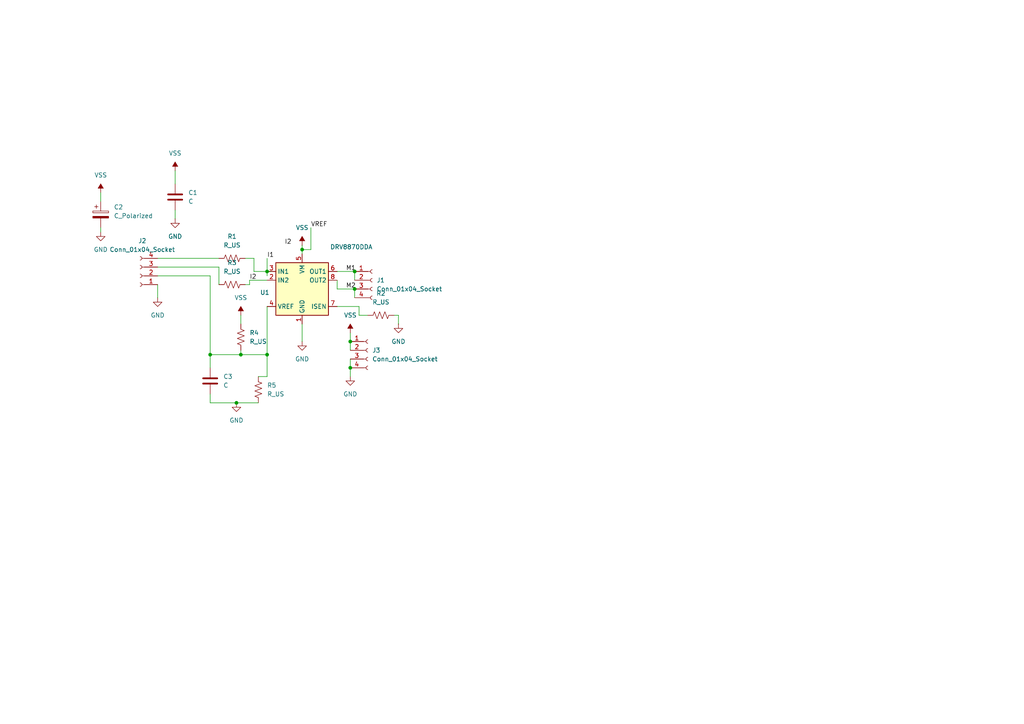
<source format=kicad_sch>
(kicad_sch (version 20250114) (generator "eeschema") (generator_version "9.0")
  (paper "A4")
  (lib_symbols
    (symbol "Connector:Conn_01x04_Socket" (pin_names (offset 1.016) (hide yes))
      (property "Reference" "J" (at 0 5.08 0))
      (property "Value" "Conn_01x04_Socket" (at 0 -7.62 0))
      (symbol "Conn_01x04_Socket_1_1"
        (polyline (pts (xy -1.27 2.54) (xy -0.508 2.54)) (stroke (width 0.1524)))
        (polyline (pts (xy -1.27 0) (xy -0.508 0)) (stroke (width 0.1524)))
        (polyline (pts (xy -1.27 -2.54) (xy -0.508 -2.54)) (stroke (width 0.1524)))
        (polyline (pts (xy -1.27 -5.08) (xy -0.508 -5.08)) (stroke (width 0.1524)))
        (arc (start 0 2.032) (mid -0.5058 2.54) (end 0 3.048) (stroke (width 0.1524)))
        (arc (start 0 -0.508) (mid -0.5058 0) (end 0 0.508) (stroke (width 0.1524)))
        (arc (start 0 -3.048) (mid -0.5058 -2.54) (end 0 -2.032) (stroke (width 0.1524)))
        (arc (start 0 -5.588) (mid -0.5058 -5.08) (end 0 -4.572) (stroke (width 0.1524)))
        (pin passive line (at -5.08 2.54 0) (length 3.81) (name "Pin_1") (number "1"))
        (pin passive line (at -5.08 0 0) (length 3.81) (name "Pin_2") (number "2"))
        (pin passive line (at -5.08 -2.54 0) (length 3.81) (name "Pin_3") (number "3"))
        (pin passive line (at -5.08 -5.08 0) (length 3.81) (name "Pin_4") (number "4"))
      )
    )
    (symbol "Device:C" (pin_numbers (hide yes)) (pin_names (offset 0.254))
      (property "Reference" "C" (at 0.635 2.54 0))
      (property "Value" "C" (at 0.635 -2.54 0))
      (symbol "C_0_1"
        (polyline (pts (xy -2.032 0.762) (xy 2.032 0.762)) (stroke (width 0.508)))
        (polyline (pts (xy -2.032 -0.762) (xy 2.032 -0.762)) (stroke (width 0.508)))
      )
      (symbol "C_1_1"
        (pin passive line (at 0 3.81 270) (length 2.794) (name "~") (number "1"))
        (pin passive line (at 0 -3.81 90) (length 2.794) (name "~") (number "2"))
      )
    )
    (symbol "Device:C_Polarized" (pin_numbers (hide yes)) (pin_names (offset 0.254))
      (property "Reference" "C" (at 0.635 2.54 0))
      (property "Value" "C_Polarized" (at 0.635 -2.54 0))
      (symbol "C_Polarized_0_1"
        (rectangle (start -2.286 0.508) (end 2.286 1.016))
        (polyline (pts (xy -1.778 2.286) (xy -0.762 2.286)))
        (polyline (pts (xy -1.27 2.794) (xy -1.27 1.778)))
        (rectangle (start 2.286 -0.508) (end -2.286 -1.016) (fill (type outline)))
      )
      (symbol "C_Polarized_1_1"
        (pin passive line (at 0 3.81 270) (length 2.794) (name "~") (number "1"))
        (pin passive line (at 0 -3.81 90) (length 2.794) (name "~") (number "2"))
      )
    )
    (symbol "Device:R_US" (pin_numbers (hide yes)) (pin_names (offset 0))
      (property "Reference" "R" (at 2.54 0 90))
      (property "Value" "R_US" (at -2.54 0 90))
      (symbol "R_US_0_1"
        (polyline (pts (xy 0 2.286) (xy 0 2.54)))
        (polyline (pts (xy 0 2.286) (xy 1.016 1.905) (xy 0 1.524) (xy -1.016 1.143) (xy 0 0.762)))
        (polyline (pts (xy 0 0.762) (xy 1.016 0.381) (xy 0 0) (xy -1.016 -0.381) (xy 0 -0.762)))
        (polyline (pts (xy 0 -0.762) (xy 1.016 -1.143) (xy 0 -1.524) (xy -1.016 -1.905) (xy 0 -2.286)))
        (polyline (pts (xy 0 -2.286) (xy 0 -2.54)))
      )
      (symbol "R_US_1_1"
        (pin passive line (at 0 3.81 270) (length 1.27) (name "~") (number "1"))
        (pin passive line (at 0 -3.81 90) (length 1.27) (name "~") (number "2"))
      )
    )
    (symbol "Driver_Motor:DRV8870DDA"
      (property "Reference" "U" (at -6.35 8.89 0))
      (property "Value" "DRV8870DDA" (at 8.89 8.89 0))
      (symbol "DRV8870DDA_0_1"
        (rectangle (start -7.62 7.62) (end 7.62 -7.62) (stroke (width 0.254)) (fill (type background)))
      )
      (symbol "DRV8870DDA_1_1"
        (pin input line (at -10.16 5.08 0) (length 2.54) (name "IN1") (number "3"))
        (pin input line (at -10.16 2.54 0) (length 2.54) (name "IN2") (number "2"))
        (pin input line (at -10.16 -5.08 0) (length 2.54) (name "VREF") (number "4"))
        (pin power_in line (at 0 10.16 270) (length 2.54) (name "VM") (number "5"))
        (pin power_in line (at 0 -10.16 90) (length 2.54) (name "GND") (number "1"))
        (pin passive line (at 0 -10.16 90) (length 2.54) (hide yes) (name "GND") (number "9"))
        (pin output line (at 10.16 5.08 180) (length 2.54) (name "OUT1") (number "6"))
        (pin output line (at 10.16 2.54 180) (length 2.54) (name "OUT2") (number "8"))
        (pin passive line (at 10.16 -5.08 180) (length 2.54) (name "ISEN") (number "7"))
      )
    )
    (symbol "power:GND" (power) (pin_numbers (hide yes)) (pin_names (offset 0) (hide yes))
      (property "Value" "GND" (at 0 -3.81 0))
      (symbol "GND_0_1"
        (polyline (pts (xy 0 0) (xy 0 -1.27) (xy 1.27 -1.27) (xy 0 -2.54) (xy -1.27 -1.27) (xy 0 -1.27)))
      )
      (symbol "GND_1_1"
        (pin power_in line (at 0 0 270) (length 0) (name "~") (number "1"))
      )
    )
    (symbol "power:VSS" (power) (pin_numbers (hide yes)) (pin_names (offset 0) (hide yes))
      (property "Value" "VSS" (at 0 3.556 0))
      (symbol "VSS_0_1"
        (polyline (pts (xy 0 0) (xy 0 2.54)))
        (polyline (pts (xy 0.762 1.27) (xy -0.762 1.27) (xy 0 2.54) (xy 0.762 1.27)) (fill (type outline)))
      )
      (symbol "VSS_1_1"
        (pin power_in line (at 0 0 90) (length 0) (name "~") (number "1"))
      )
    )
  )
  (junction (at 102.87 83.82))
  (junction (at 102.87 78.74))
  (junction (at 77.47 78.74))
  (junction (at 60.96 102.87))
  (junction (at 77.47 102.87))
  (junction (at 69.85 102.87))
  (junction (at 87.63 72.39))
  (junction (at 68.58 116.84))
  (junction (at 101.6 99.06))
  (junction (at 101.6 106.68))
  (wire (pts (xy 45.72 82.55) (xy 45.72 86.36)))
  (wire (pts (xy 97.79 78.74) (xy 102.87 78.74)))
  (wire (pts (xy 104.14 91.44) (xy 104.14 88.9)))
  (wire (pts (xy 115.57 93.98) (xy 115.57 91.44)))
  (wire (pts (xy 60.96 114.3) (xy 60.96 116.84)))
  (wire (pts (xy 77.47 88.9) (xy 77.47 102.87)))
  (wire (pts (xy 101.6 104.14) (xy 101.6 106.68)))
  (wire (pts (xy 72.39 81.28) (xy 77.47 81.28)))
  (wire (pts (xy 90.17 72.39) (xy 87.63 72.39)))
  (wire (pts (xy 77.47 102.87) (xy 77.47 109.22)))
  (wire (pts (xy 97.79 83.82) (xy 102.87 83.82)))
  (wire (pts (xy 87.63 71.12) (xy 87.63 72.39)))
  (wire (pts (xy 104.14 91.44) (xy 106.68 91.44)))
  (wire (pts (xy 71.12 82.55) (xy 72.39 82.55)))
  (wire (pts (xy 77.47 78.74) (xy 78.74 78.74)))
  (wire (pts (xy 90.17 66.04) (xy 90.17 72.39)))
  (wire (pts (xy 60.96 102.87) (xy 69.85 102.87)))
  (wire (pts (xy 50.8 60.96) (xy 50.8 63.5)))
  (wire (pts (xy 68.58 116.84) (xy 74.93 116.84)))
  (wire (pts (xy 45.72 74.93) (xy 63.5 74.93)))
  (wire (pts (xy 69.85 91.44) (xy 69.85 93.98)))
  (wire (pts (xy 63.5 77.47) (xy 63.5 82.55)))
  (wire (pts (xy 87.63 72.39) (xy 87.63 73.66)))
  (wire (pts (xy 60.96 80.01) (xy 45.72 80.01)))
  (wire (pts (xy 50.8 49.53) (xy 50.8 53.34)))
  (wire (pts (xy 77.47 74.93) (xy 77.47 78.74)))
  (wire (pts (xy 29.21 55.88) (xy 29.21 58.42)))
  (wire (pts (xy 71.12 74.93) (xy 73.66 74.93)))
  (wire (pts (xy 101.6 99.06) (xy 101.6 101.6)))
  (wire (pts (xy 74.93 109.22) (xy 77.47 109.22)))
  (wire (pts (xy 60.96 106.68) (xy 60.96 102.87)))
  (wire (pts (xy 60.96 80.01) (xy 60.96 102.87)))
  (wire (pts (xy 97.79 81.28) (xy 97.79 83.82)))
  (wire (pts (xy 73.66 78.74) (xy 77.47 78.74)))
  (wire (pts (xy 102.87 86.36) (xy 102.87 83.82)))
  (wire (pts (xy 101.6 96.52) (xy 101.6 99.06)))
  (wire (pts (xy 29.21 66.04) (xy 29.21 67.31)))
  (wire (pts (xy 87.63 93.98) (xy 87.63 99.06)))
  (wire (pts (xy 73.66 74.93) (xy 73.66 78.74)))
  (wire (pts (xy 69.85 102.87) (xy 77.47 102.87)))
  (wire (pts (xy 60.96 116.84) (xy 68.58 116.84)))
  (wire (pts (xy 104.14 88.9) (xy 97.79 88.9)))
  (wire (pts (xy 69.85 102.87) (xy 69.85 101.6)))
  (wire (pts (xy 101.6 106.68) (xy 101.6 109.22)))
  (wire (pts (xy 72.39 82.55) (xy 72.39 81.28)))
  (wire (pts (xy 45.72 77.47) (xy 63.5 77.47)))
  (wire (pts (xy 115.57 91.44) (xy 114.3 91.44)))
  (wire (pts (xy 77.47 78.74) (xy 77.47 80.01)))
  (wire (pts (xy 102.87 78.74) (xy 102.87 81.28)))
  (label "VREF" (at 90.17 66.04 0))
  (label "I2" (at 82.55 71.12 0))
  (label "M2" (at 100.33 83.82 0))
  (label "M1" (at 100.33 78.74 0))
  (label "I1" (at 77.47 74.93 0))
  (label "I2" (at 72.39 81.28 0))
  (symbol (lib_id "Device:C") (at 50.8 57.15 0) (unit 1)
    (property "Reference" "C1" (at 54.61 55.8799 0) (effects (justify left)))
    (property "Value" "C" (at 54.61 58.4199 0) (effects (justify left)))
    (property "Footprint" "Capacitor_SMD:C_0805_2012Metric" (effects (hide yes)))
    (property "Description" "Unpolarized capacitor" (effects (hide yes)))
  )
  (symbol (lib_id "Device:R_US") (at 74.93 113.03 180) (unit 1)
    (property "Reference" "R5" (at 77.47 111.7599 0) (effects (justify right)))
    (property "Value" "R_US" (at 77.47 114.2999 0) (effects (justify right)))
    (property "Footprint" "LED_SMD:LED_0805_2012Metric" (effects (hide yes)))
    (property "Description" "Resistor, US symbol" (effects (hide yes)))
  )
  (symbol (lib_id "power:VSS") (at 87.63 71.12 0) (unit 1)
    (property "Reference" "#PWR08" (effects (hide yes)))
    (property "Value" "VSS" (at 87.63 66.04 0))
    (property "Description" "Power symbol creates a global label with name \"VSS\"" (effects (hide yes)))
  )
  (symbol (lib_id "Connector:Conn_01x04_Socket") (at 40.64 80.01 180) (unit 1)
    (property "Reference" "J2" (at 41.275 69.85 0))
    (property "Value" "Conn_01x04_Socket" (at 41.275 72.39 0))
    (property "Footprint" "Connector_Castellated_Ray:Connector_Castellated_1x04" (effects (hide yes)))
    (property "Description" "Generic connector, single row, 01x04, script generated" (effects (hide yes)))
  )
  (symbol (lib_id "power:VSS") (at 50.8 49.53 0) (unit 1)
    (property "Reference" "#PWR07" (effects (hide yes)))
    (property "Value" "VSS" (at 50.8 44.45 0))
    (property "Description" "Power symbol creates a global label with name \"VSS\"" (effects (hide yes)))
  )
  (symbol (lib_id "Connector:Conn_01x04_Socket") (at 107.95 81.28 0) (unit 1)
    (property "Reference" "J1" (at 109.22 81.2799 0) (effects (justify left)))
    (property "Value" "Conn_01x04_Socket" (at 109.22 83.8199 0) (effects (justify left)))
    (property "Footprint" "Connector_Castellated_Ray:Connector_Castellated_1x04" (effects (hide yes)))
    (property "Description" "Generic connector, single row, 01x04, script generated" (effects (hide yes)))
  )
  (symbol (lib_id "power:GND") (at 29.21 67.31 0) (unit 1)
    (property "Reference" "#PWR05" (effects (hide yes)))
    (property "Value" "GND" (at 29.21 72.39 0))
    (property "Description" "Power symbol creates a global label with name \"GND\" , ground" (effects (hide yes)))
  )
  (symbol (lib_id "power:GND") (at 50.8 63.5 0) (unit 1)
    (property "Reference" "#PWR06" (effects (hide yes)))
    (property "Value" "GND" (at 50.8 68.58 0))
    (property "Description" "Power symbol creates a global label with name \"GND\" , ground" (effects (hide yes)))
  )
  (symbol (lib_id "Device:C_Polarized") (at 29.21 62.23 0) (unit 1)
    (property "Reference" "C2" (at 33.02 60.0709 0) (effects (justify left)))
    (property "Value" "C_Polarized" (at 33.02 62.6109 0) (effects (justify left)))
    (property "Footprint" "Capacitor_SMD:CP_Elec_8x10.5" (effects (hide yes)))
    (property "Description" "Polarized capacitor" (effects (hide yes)))
  )
  (symbol (lib_id "power:VSS") (at 69.85 91.44 0) (unit 1)
    (property "Reference" "#PWR011" (effects (hide yes)))
    (property "Value" "VSS" (at 69.85 86.36 0))
    (property "Description" "Power symbol creates a global label with name \"VSS\"" (effects (hide yes)))
  )
  (symbol (lib_id "Driver_Motor:DRV8870DDA") (at 87.63 83.82 0) (unit 1)
    (property "Reference" "U1" (at 75.438 84.836 0) (effects (justify left)))
    (property "Value" "DRV8870DDA" (at 95.758 71.628 0) (effects (justify left)))
    (property "Footprint" "Package_SO:Texas_HTSOP-8-1EP_3.9x4.9mm_P1.27mm_EP2.95x4.9mm_Mask2.4x3.1mm_ThermalVias" (effects (hide yes)))
    (property "Datasheet" "http://www.ti.com/lit/ds/symlink/drv8870.pdf" (effects (hide yes)))
    (property "Description" "Brushed DC Motor Driver, PWM Control, 45V, 3.6A, Dynamic current limiting, HTSOP-8" (effects (hide yes)))
  )
  (symbol (lib_id "power:GND") (at 101.6 109.22 0) (unit 1)
    (property "Reference" "#PWR01" (effects (hide yes)))
    (property "Value" "GND" (at 101.6 114.3 0))
    (property "Description" "Power symbol creates a global label with name \"GND\" , ground" (effects (hide yes)))
  )
  (symbol (lib_id "power:VSS") (at 29.21 55.88 0) (unit 1)
    (property "Reference" "#PWR04" (effects (hide yes)))
    (property "Value" "VSS" (at 29.21 50.8 0))
    (property "Description" "Power symbol creates a global label with name \"VSS\"" (effects (hide yes)))
  )
  (symbol (lib_id "Device:R_US") (at 67.31 74.93 90) (unit 1)
    (property "Reference" "R1" (at 67.31 68.58 90))
    (property "Value" "R_US" (at 67.31 71.12 90))
    (property "Footprint" "LED_SMD:LED_0805_2012Metric" (effects (hide yes)))
    (property "Description" "Resistor, US symbol" (effects (hide yes)))
  )
  (symbol (lib_id "power:VSS") (at 101.6 96.52 0) (unit 1)
    (property "Reference" "#PWR02" (effects (hide yes)))
    (property "Value" "VSS" (at 101.6 91.44 0))
    (property "Description" "Power symbol creates a global label with name \"VSS\"" (effects (hide yes)))
  )
  (symbol (lib_id "Device:R_US") (at 110.49 91.44 90) (unit 1)
    (property "Reference" "R2" (at 110.49 85.09 90))
    (property "Value" "R_US" (at 110.49 87.63 90))
    (property "Footprint" "Capacitor_SMD:C_1206_3216Metric" (effects (hide yes)))
    (property "Description" "Resistor, US symbol" (effects (hide yes)))
  )
  (symbol (lib_id "power:GND") (at 68.58 116.84 0) (unit 1)
    (property "Reference" "#PWR010" (effects (hide yes)))
    (property "Value" "GND" (at 68.58 121.92 0))
    (property "Description" "Power symbol creates a global label with name \"GND\" , ground" (effects (hide yes)))
  )
  (symbol (lib_id "power:GND") (at 87.63 99.06 0) (unit 1)
    (property "Reference" "#PWR012" (effects (hide yes)))
    (property "Value" "GND" (at 87.63 104.14 0))
    (property "Description" "Power symbol creates a global label with name \"GND\" , ground" (effects (hide yes)))
  )
  (symbol (lib_id "power:GND") (at 45.72 86.36 0) (unit 1)
    (property "Reference" "#PWR09" (effects (hide yes)))
    (property "Value" "GND" (at 45.72 91.44 0))
    (property "Description" "Power symbol creates a global label with name \"GND\" , ground" (effects (hide yes)))
  )
  (symbol (lib_id "Connector:Conn_01x04_Socket") (at 106.68 101.6 0) (unit 1)
    (property "Reference" "J3" (at 107.95 101.5999 0) (effects (justify left)))
    (property "Value" "Conn_01x04_Socket" (at 107.95 104.1399 0) (effects (justify left)))
    (property "Footprint" "Connector_Castellated_Ray:Connector_Castellated_1x04" (effects (hide yes)))
    (property "Description" "Generic connector, single row, 01x04, script generated" (effects (hide yes)))
  )
  (symbol (lib_id "Device:R_US") (at 67.31 82.55 90) (unit 1)
    (property "Reference" "R3" (at 67.31 76.2 90))
    (property "Value" "R_US" (at 67.31 78.74 90))
    (property "Footprint" "LED_SMD:LED_0805_2012Metric" (effects (hide yes)))
    (property "Description" "Resistor, US symbol" (effects (hide yes)))
  )
  (symbol (lib_id "Device:R_US") (at 69.85 97.79 180) (unit 1)
    (property "Reference" "R4" (at 72.39 96.5199 0) (effects (justify right)))
    (property "Value" "R_US" (at 72.39 99.0599 0) (effects (justify right)))
    (property "Footprint" "LED_SMD:LED_0805_2012Metric" (effects (hide yes)))
    (property "Description" "Resistor, US symbol" (effects (hide yes)))
  )
  (symbol (lib_id "Device:C") (at 60.96 110.49 0) (unit 1)
    (property "Reference" "C3" (at 64.77 109.2199 0) (effects (justify left)))
    (property "Value" "C" (at 64.77 111.7599 0) (effects (justify left)))
    (property "Footprint" "Capacitor_SMD:C_0805_2012Metric" (effects (hide yes)))
    (property "Description" "Unpolarized capacitor" (effects (hide yes)))
  )
  (symbol (lib_id "power:GND") (at 115.57 93.98 0) (unit 1)
    (property "Reference" "#PWR03" (effects (hide yes)))
    (property "Value" "GND" (at 115.57 99.06 0))
    (property "Description" "Power symbol creates a global label with name \"GND\" , ground" (effects (hide yes)))
  )
)
</source>
